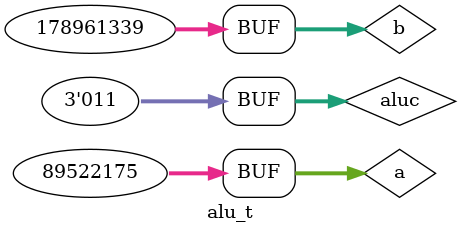
<source format=v>
module alu_t;
		reg [31:0] a;           //ÊäÈë
		reg [31:0] b;
		reg [2:0] aluc;	
		wire [31:0] alu_out;    // Êä³ö
		wire zero;
		wire over;
		alu uut (.a(a),.b(b), .aluc(aluc), .alu_out(alu_out), .zero(zero), .over(over));               // Àý»¯
		initial begin
			a = 0;             // ³õÊ¼»¯ÊäÈë
			b = 0;
			aluc = 0;
			#10;
			a = 32'h7fffffff;       //¼Ó·¨
			b = 32'h7fffffff;
			aluc = 0;      	
			#10;
        	a = 32'h01ffffff;       //¼õ·¨
			b = 32'h80000000;
			aluc = 1;
			#10;                //»ò
        	a = 32'h0555ffff;
			b = 32'h0aaabbbb;
			aluc = 2;
			#10;                //Óë
        	a = 32'h0555ffff;
			b = 32'h0aaabbbb;
			aluc = 3;		
		end      
endmodule


</source>
